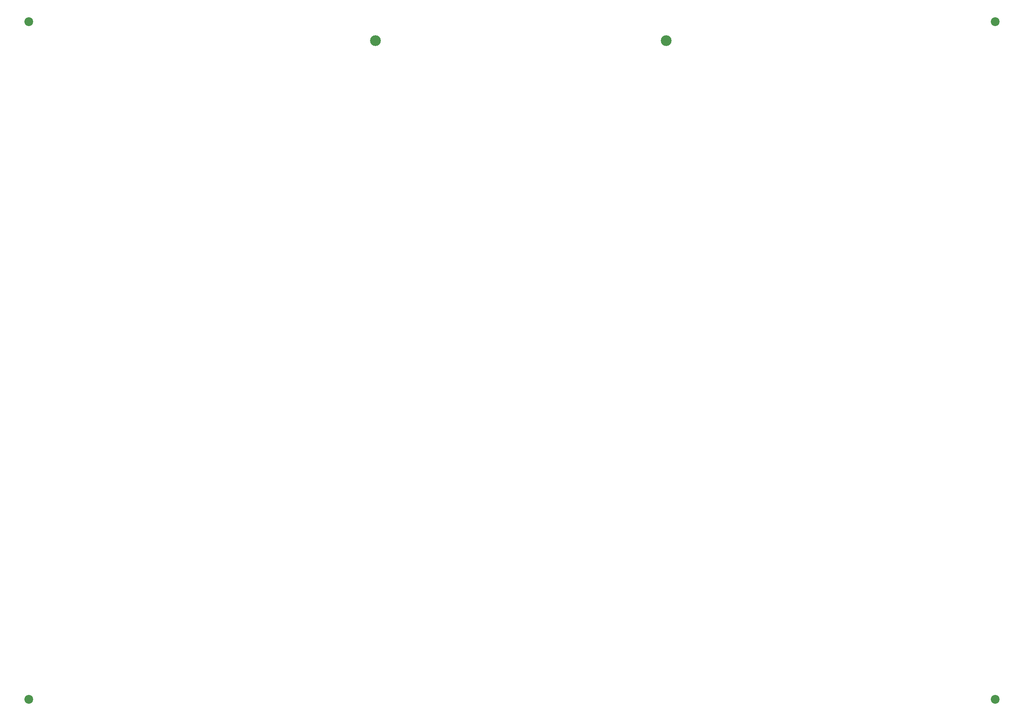
<source format=gbr>
%TF.GenerationSoftware,KiCad,Pcbnew,7.0.2*%
%TF.CreationDate,2023-07-28T09:11:57+01:00*%
%TF.ProjectId,Air quality project,41697220-7175-4616-9c69-74792070726f,rev?*%
%TF.SameCoordinates,Original*%
%TF.FileFunction,NonPlated,1,2,NPTH,Drill*%
%TF.FilePolarity,Positive*%
%FSLAX46Y46*%
G04 Gerber Fmt 4.6, Leading zero omitted, Abs format (unit mm)*
G04 Created by KiCad (PCBNEW 7.0.2) date 2023-07-28 09:11:57*
%MOMM*%
%LPD*%
G01*
G04 APERTURE LIST*
%TA.AperFunction,ComponentDrill*%
%ADD10C,2.200000*%
%TD*%
%TA.AperFunction,ComponentDrill*%
%ADD11C,2.692400*%
%TD*%
G04 APERTURE END LIST*
D10*
%TO.C,REF\u002A\u002A*%
X22520000Y-22520000D03*
X22520000Y-191980000D03*
X263980000Y-22510000D03*
X263980000Y-191980000D03*
D11*
%TO.C,J3*%
X109179996Y-27270000D03*
X181780004Y-27270000D03*
M02*

</source>
